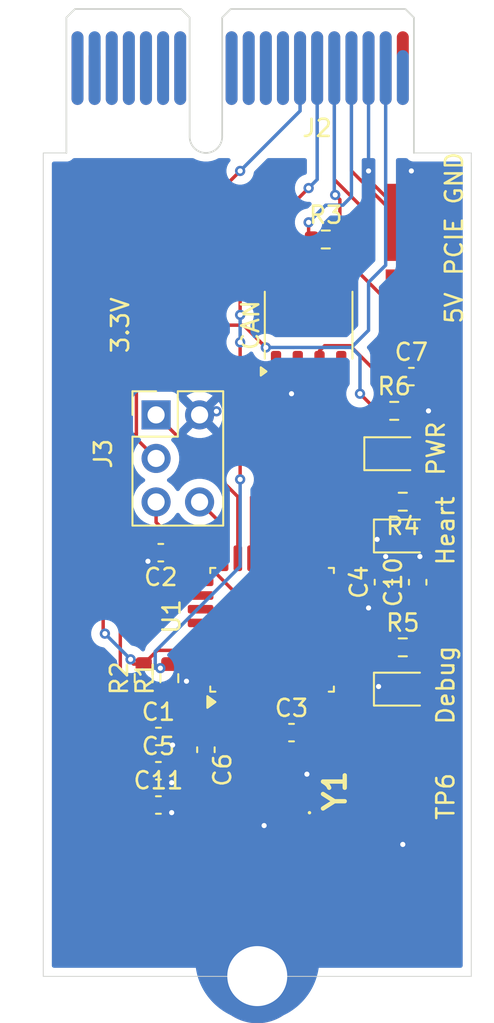
<source format=kicad_pcb>
(kicad_pcb (version 20241229) (generator "pcbnew") (generator_version "9.0")
  (layers (0 "F.Cu" signal) (2 "B.Cu" signal) (13 "F.Paste" user) (15 "B.Paste" user) (5 "F.SilkS" user "F.Silkscreen") (7 "B.SilkS" user "B.Silkscreen") (1 "F.Mask" user) (3 "B.Mask" user) (25 "Edge.Cuts" user))
  (net 0 "")
  (net 1 "GND")
  (net 2 "/Debug LED")
  (net 3 "+3.3V")
  (net 4 "/Heartbeat LED")
  (net 5 "/SWCLK")
  (net 9 "/CAN_TX")
  (net 11 "/SWDIO")
  (net 18 "/NRST")
  (net 19 "Net-(U1-PF0-OSC_IN)")
  (net 21 "/CAN_RX")
  (net 22 "Net-(U1-PF1-OSC_OUT)")
  (net 27 "/CAN_-")
  (net 28 "+5V")
  (net 29 "/CAN_+")
  (net 37 "Net-(D3-A)")
  (net 41 "/I2C1_SCL")
  (net 42 "/I2C1_SDA")
  (net 47 "Net-(D1-A)")
  (net 48 "Net-(D2-A)")
  (footprint "OEM:TP_Hook_SMD" (layer "F.Cu") (at 113.5 86.8005 -90)
    (property "Reference" "TP6" (at -0.3005 -2.5 90) (layer "F.SilkS"))
    (property "Value" "TP_SMD")
    (pad "1" smd rect (at 0 0 270) (size 4.5 3) (layers "F.Cu" "F.Mask" "F.Paste") (net 1 "GND"))
  )
  (footprint "OEM:SOIC-8_3.9x4.9mm_P1.27mm" (layer "F.Cu") (at 108 59 90)
    (property "Reference" "CAN" (at 0 -3.4 90) (layer "F.SilkS"))
    (property "Value" "MCP2561-E_SN")
    (fp_line (start 0 -2.56) (end 1.95 -2.56) (stroke (width 0.12)) (layer "F.SilkS"))
    (fp_line (start 0 -2.56) (end -1.95 -2.56) (stroke (width 0.12)) (layer "F.SilkS"))
    (fp_line (start 0 2.56) (end 1.95 2.56) (stroke (width 0.12)) (layer "F.SilkS"))
    (fp_line (start 0 2.56) (end -1.95 2.56) (stroke (width 0.12)) (layer "F.SilkS"))
    (fp_poly (pts (xy -2.7 -2.465) (xy -2.94 -2.795) (xy -2.46 -2.795)) (stroke (width 0.12)) (fill yes) (layer "F.SilkS"))
    (pad "1" smd roundrect (at -2.475 -1.905 90) (size 1.95 0.6) (layers "F.Cu" "F.Mask" "F.Paste") (net 9 "/CAN_TX"))
    (pad "2" smd roundrect (at -2.475 -0.635 90) (size 1.95 0.6) (layers "F.Cu" "F.Mask" "F.Paste") (net 1 "GND"))
    (pad "3" smd roundrect (at -2.475 0.635 90) (size 1.95 0.6) (layers "F.Cu" "F.Mask" "F.Paste") (net 28 "+5V"))
    (pad "4" smd roundrect (at -2.475 1.905 90) (size 1.95 0.6) (layers "F.Cu" "F.Mask" "F.Paste") (net 21 "/CAN_RX"))
    (pad "5" smd roundrect (at 2.475 1.905 90) (size 1.95 0.6) (layers "F.Cu" "F.Mask" "F.Paste"))
    (pad "6" smd roundrect (at 2.475 0.635 90) (size 1.95 0.6) (layers "F.Cu" "F.Mask" "F.Paste") (net 27 "/CAN_-"))
    (pad "7" smd roundrect (at 2.475 -0.635 90) (size 1.95 0.6) (layers "F.Cu" "F.Mask" "F.Paste") (net 29 "/CAN_+"))
    (pad "8" smd roundrect (at 2.475 -1.905 90) (size 1.95 0.6) (layers "F.Cu" "F.Mask" "F.Paste") (net 1 "GND"))
  )
  (footprint "OEM:C_0603_1608Metric" (layer "F.Cu") (at 99.365 72.2755 180)
    (property "Reference" "C2" (at 0 -1.43 0) (layer "F.SilkS"))
    (property "Value" "C_0.1uF_16V")
    (fp_line (start -0.14058 0.51) (end 0.14058 0.51) (stroke (width 0.12)) (layer "F.SilkS"))
    (fp_line (start -0.14058 -0.51) (end 0.14058 -0.51) (stroke (width 0.12)) (layer "F.SilkS"))
    (pad "1" smd roundrect (at -0.775 0 180) (size 0.9 0.95) (layers "F.Cu" "F.Mask" "F.Paste") (net 18 "/NRST"))
    (pad "2" smd roundrect (at 0.775 0 180) (size 0.9 0.95) (layers "F.Cu" "F.Mask" "F.Paste") (net 1 "GND"))
  )
  (footprint "OEM:J_PCIe_x1_Key" (layer "F.Cu") (at 113.5 44 180)
    (property "Reference" "J2" (at 5 -3.5 0) (layer "F.SilkS"))
    (property "Value" "J_PCIe_x1")
    (fp_line (start 19.65 2.95) (end 19.15 3.45) (stroke (width 0.1)) (layer "Edge.Cuts"))
    (fp_line (start 19.65 -4.95) (end 19.65 2.95) (stroke (width 0.1)) (layer "Edge.Cuts"))
    (fp_line (start 12.95 3.45) (end 19.15 3.45) (stroke (width 0.1)) (layer "Edge.Cuts"))
    (fp_line (start 12.45 2.95) (end 12.95 3.45) (stroke (width 0.1)) (layer "Edge.Cuts"))
    (fp_line (start 12.45 -4) (end 12.45 2.95) (stroke (width 0.1)) (layer "Edge.Cuts"))
    (fp_line (start 10.55 2.95) (end 10.05 3.45) (stroke (width 0.1)) (layer "Edge.Cuts"))
    (fp_line (start 10.55 -4) (end 10.55 2.95) (stroke (width 0.1)) (layer "Edge.Cuts"))
    (fp_line (start -0.15 3.45) (end 10.05 3.45) (stroke (width 0.1)) (layer "Edge.Cuts"))
    (fp_line (start -0.65 2.95) (end -0.15 3.45) (stroke (width 0.1)) (layer "Edge.Cuts"))
    (fp_line (start -0.65 -4.95) (end -0.65 2.95) (stroke (width 0.1)) (layer "Edge.Cuts"))
    (fp_arc (start 10.55 -4) (mid 11.5 -4.95) (end 12.45 -4) (stroke (width 0.1)) (layer "Edge.Cuts"))
    (pad "A1" connect oval (at 0 -0.55 180) (size 0.7 3.2) (layers "B.Cu" "B.Mask"))
    (pad "A2" connect oval (at 1 0 180) (size 0.7 4.3) (layers "B.Cu" "B.Mask") (net 3 "+3.3V"))
    (pad "A3" connect oval (at 2 0 180) (size 0.7 4.3) (layers "B.Cu" "B.Mask") (net 1 "GND"))
    (pad "A4" connect oval (at 3 0 180) (size 0.7 4.3) (layers "B.Cu" "B.Mask") (net 29 "/CAN_+"))
    (pad "A5" connect oval (at 4 0 180) (size 0.7 4.3) (layers "B.Cu" "B.Mask") (net 27 "/CAN_-"))
    (pad "A6" connect oval (at 5 0 180) (size 0.7 4.3) (layers "B.Cu" "B.Mask") (net 41 "/I2C1_SCL"))
    (pad "A7" connect oval (at 6 0 180) (size 0.7 4.3) (layers "B.Cu" "B.Mask") (net 42 "/I2C1_SDA"))
    (pad "A8" connect oval (at 7 0 180) (size 0.7 4.3) (layers "B.Cu" "B.Mask"))
    (pad "A9" connect oval (at 8 0 180) (size 0.7 4.3) (layers "B.Cu" "B.Mask"))
    (pad "A10" connect oval (at 9 0 180) (size 0.7 4.3) (layers "B.Cu" "B.Mask"))
    (pad "A11" connect oval (at 10 0 180) (size 0.7 4.3) (layers "B.Cu" "B.Mask"))
    (pad "A12" connect oval (at 13 0 180) (size 0.7 4.3) (layers "B.Cu" "B.Mask"))
    (pad "A13" connect oval (at 14 0 180) (size 0.7 4.3) (layers "B.Cu" "B.Mask"))
    (pad "A14" connect oval (at 15 0 180) (size 0.7 4.3) (layers "B.Cu" "B.Mask"))
    (pad "A15" connect oval (at 16 0 180) (size 0.7 4.3) (layers "B.Cu" "B.Mask"))
    (pad "A16" connect oval (at 17 0 180) (size 0.7 4.3) (layers "B.Cu" "B.Mask"))
    (pad "A17" connect oval (at 18 0 180) (size 0.7 4.3) (layers "B.Cu" "B.Mask"))
    (pad "A18" connect oval (at 19 0 180) (size 0.7 4.3) (layers "B.Cu" "B.Mask"))
    (pad "B1" connect oval (at 0 0 180) (size 0.7 4.3) (layers "F.Cu" "F.Mask") (net 1 "GND"))
    (pad "B2" connect oval (at 1 0 180) (size 0.7 4.3) (layers "F.Cu" "F.Mask") (net 1 "GND"))
    (pad "B3" connect oval (at 2 0 180) (size 0.7 4.3) (layers "F.Cu" "F.Mask") (net 1 "GND"))
    (pad "B4" connect oval (at 3 0 180) (size 0.7 4.3) (layers "F.Cu" "F.Mask") (net 1 "GND"))
    (pad "B5" connect oval (at 4 0 180) (size 0.7 4.3) (layers "F.Cu" "F.Mask") (net 28 "+5V"))
    (pad "B6" connect oval (at 5 0 180) (size 0.7 4.3) (layers "F.Cu" "F.Mask") (net 1 "GND"))
    (pad "B7" connect oval (at 6 0 180) (size 0.7 4.3) (layers "F.Cu" "F.Mask") (net 1 "GND"))
    (pad "B8" connect oval (at 7 0 180) (size 0.7 4.3) (layers "F.Cu" "F.Mask") (net 1 "GND"))
    (pad "B9" connect oval (at 8 0 180) (size 0.7 4.3) (layers "F.Cu" "F.Mask") (net 1 "GND"))
    (pad "B10" connect oval (at 9 0 180) (size 0.7 4.3) (layers "F.Cu" "F.Mask") (net 1 "GND"))
    (pad "B11" connect oval (at 10 0 180) (size 0.7 4.3) (layers "F.Cu" "F.Mask") (net 1 "GND"))
    (pad "B12" connect oval (at 13 0 180) (size 0.7 4.3) (layers "F.Cu" "F.Mask") (net 1 "GND"))
    (pad "B13" connect oval (at 14 0 180) (size 0.7 4.3) (layers "F.Cu" "F.Mask") (net 1 "GND"))
    (pad "B14" connect oval (at 15 0 180) (size 0.7 4.3) (layers "F.Cu" "F.Mask"))
    (pad "B15" connect oval (at 16 0 180) (size 0.7 4.3) (layers "F.Cu" "F.Mask") (net 1 "GND"))
    (pad "B16" connect oval (at 17 0 180) (size 0.7 4.3) (layers "F.Cu" "F.Mask") (net 1 "GND"))
    (pad "B17" connect oval (at 18 -0.55 180) (size 0.7 3.2) (layers "F.Cu" "F.Mask") (net 1 "GND"))
    (pad "B18" connect oval (at 19 0 180) (size 0.7 4.3) (layers "F.Cu" "F.Mask") (net 1 "GND"))
  )
  (footprint "OEM:J_Programming_Pin_Header_Keyed" (layer "F.Cu") (at 99.09 64.2355)
    (property "Reference" "J3" (at -3.09 2.2645 90) (layer "F.SilkS"))
    (property "Value" "J_Programming_Pin_Header")
    (fp_line (start -1.38 -1.38) (end 0 -1.38) (stroke (width 0.12)) (layer "F.SilkS"))
    (fp_line (start -1.38 0) (end -1.38 -1.38) (stroke (width 0.12)) (layer "F.SilkS"))
    (fp_line (start -1.38 1.27) (end -1.38 6.46) (stroke (width 0.12)) (layer "F.SilkS"))
    (fp_line (start -1.38 1.27) (end 1.27 1.27) (stroke (width 0.12)) (layer "F.SilkS"))
    (fp_line (start -1.38 6.46) (end 3.92 6.46) (stroke (width 0.12)) (layer "F.SilkS"))
    (fp_line (start 1.27 -1.38) (end 3.92 -1.38) (stroke (width 0.12)) (layer "F.SilkS"))
    (fp_line (start 1.27 1.27) (end 1.27 -1.38) (stroke (width 0.12)) (layer "F.SilkS"))
    (fp_line (start 3.92 -1.38) (end 3.92 6.46) (stroke (width 0.12)) (layer "F.SilkS"))
    (pad "1" thru_hole rect (at 0 0) (size 1.7 1.7) (drill 1) (layers "*.Cu" "*.Mask") (net 11 "/SWDIO"))
    (pad "2" thru_hole circle (at 2.54 0) (size 1.7 1.7) (drill 1) (layers "*.Cu" "*.Mask") (net 1 "GND"))
    (pad "3" thru_hole circle (at 0 2.54) (size 1.7 1.7) (drill 1) (layers "*.Cu" "*.Mask") (net 3 "+3.3V"))
    (pad "4" thru_hole circle (at 0 5.08) (size 1.7 1.7) (drill 1) (layers "*.Cu" "*.Mask") (net 18 "/NRST"))
    (pad "5" thru_hole circle (at 2.54 5.08) (size 1.7 1.7) (drill 1) (layers "*.Cu" "*.Mask") (net 5 "/SWCLK"))
  )
  (footprint "OEM:TP_Hook_SMD" (layer "F.Cu") (at 99.5 59 90)
    (property "Reference" "3.3V" (at 0 -2.5 90) (layer "F.SilkS"))
    (property "Value" "TP_SMD")
    (pad "1" smd rect (at 0 0 90) (size 4.5 3) (layers "F.Cu" "F.Mask" "F.Paste") (net 3 "+3.3V"))
  )
  (footprint "OEM:R_0603_1608Metric" (layer "F.Cu") (at 99.865 79.6005 90)
    (property "Reference" "R1" (at 0 -1.43 90) (layer "F.SilkS"))
    (property "Value" "R_2.2k_0.1W")
    (fp_line (start -0.237258 -0.5225) (end 0.237258 -0.5225) (stroke (width 0.12)) (layer "F.SilkS"))
    (fp_line (start -0.237258 0.5225) (end 0.237258 0.5225) (stroke (width 0.12)) (layer "F.SilkS"))
    (pad "1" smd roundrect (at -0.825 0 90) (size 0.8 0.95) (layers "F.Cu" "F.Mask" "F.Paste") (net 3 "+3.3V"))
    (pad "2" smd roundrect (at 0.825 0 90) (size 0.8 0.95) (layers "F.Cu" "F.Mask" "F.Paste") (net 41 "/I2C1_SCL"))
  )
  (footprint "OEM:D_0805_2012Metric" (layer "F.Cu") (at 113.5 71.3005)
    (property "Reference" "Heart" (at 2.5 -0.3005 270) (layer "F.SilkS"))
    (property "Value" "D_Blue_LED")
    (fp_line (start -1.685 -0.96) (end -1.685 0.96) (stroke (width 0.12)) (layer "F.SilkS"))
    (fp_line (start -1.685 0.96) (end 1 0.96) (stroke (width 0.12)) (layer "F.SilkS"))
    (fp_line (start 1 -0.96) (end -1.685 -0.96) (stroke (width 0.12)) (layer "F.SilkS"))
    (pad "1" smd roundrect (at -0.9375 0) (size 0.975 1.4) (layers "F.Cu" "F.Mask" "F.Paste") (net 1 "GND"))
    (pad "2" smd roundrect (at 0.9375 0) (size 0.975 1.4) (layers "F.Cu" "F.Mask" "F.Paste") (net 48 "Net-(D2-A)"))
  )
  (footprint "OEM:D_0805_2012Metric" (layer "F.Cu") (at 113.5 80.238)
    (property "Reference" "Debug" (at 2.5 -0.238 90) (layer "F.SilkS"))
    (property "Value" "D_Blue_LED")
    (fp_line (start -1.685 -0.96) (end -1.685 0.96) (stroke (width 0.12)) (layer "F.SilkS"))
    (fp_line (start -1.685 0.96) (end 1 0.96) (stroke (width 0.12)) (layer "F.SilkS"))
    (fp_line (start 1 -0.96) (end -1.685 -0.96) (stroke (width 0.12)) (layer "F.SilkS"))
    (pad "1" smd roundrect (at -0.9375 0) (size 0.975 1.4) (layers "F.Cu" "F.Mask" "F.Paste") (net 1 "GND"))
    (pad "2" smd roundrect (at 0.9375 0) (size 0.975 1.4) (layers "F.Cu" "F.Mask" "F.Paste") (net 47 "Net-(D1-A)"))
  )
  (footprint "OEM:R_0603_1608Metric" (layer "F.Cu") (at 113.5 77.8005)
    (property "Reference" "R5" (at 0 -1.43 0) (layer "F.SilkS"))
    (property "Value" "R_1k")
    (fp_line (start -0.237258 -0.5225) (end 0.237258 -0.5225) (stroke (width 0.12)) (layer "F.SilkS"))
    (fp_line (start -0.237258 0.5225) (end 0.237258 0.5225) (stroke (width 0.12)) (layer "F.SilkS"))
    (pad "1" smd roundrect (at -0.825 0) (size 0.8 0.95) (layers "F.Cu" "F.Mask" "F.Paste") (net 2 "/Debug LED"))
    (pad "2" smd roundrect (at 0.825 0) (size 0.8 0.95) (layers "F.Cu" "F.Mask" "F.Paste") (net 47 "Net-(D1-A)"))
  )
  (footprint "OEM:R_0603_1608Metric" (layer "F.Cu") (at 113.5 69.3005 180)
    (property "Reference" "R4" (at 0 -1.43 0) (layer "F.SilkS"))
    (property "Value" "R_1k")
    (fp_line (start -0.237258 0.5225) (end 0.237258 0.5225) (stroke (width 0.12)) (layer "F.SilkS"))
    (fp_line (start -0.237258 -0.5225) (end 0.237258 -0.5225) (stroke (width 0.12)) (layer "F.SilkS"))
    (pad "1" smd roundrect (at -0.825 0 180) (size 0.8 0.95) (layers "F.Cu" "F.Mask" "F.Paste") (net 4 "/Heartbeat LED"))
    (pad "2" smd roundrect (at 0.825 0 180) (size 0.8 0.95) (layers "F.Cu" "F.Mask" "F.Paste") (net 48 "Net-(D2-A)"))
  )
  (footprint "OEM:C_0603_1608Metric" (layer "F.Cu") (at 114.37 74.0005 90)
    (property "Reference" "C10" (at 0 -1.43 90) (layer "F.SilkS"))
    (property "Value" "C_10nF_50V")
    (fp_line (start -0.14058 -0.51) (end 0.14058 -0.51) (stroke (width 0.12)) (layer "F.SilkS"))
    (fp_line (start -0.14058 0.51) (end 0.14058 0.51) (stroke (width 0.12)) (layer "F.SilkS"))
    (pad "1" smd roundrect (at -0.775 0 90) (size 0.9 0.95) (layers "F.Cu" "F.Mask" "F.Paste") (net 3 "+3.3V"))
    (pad "2" smd roundrect (at 0.775 0 90) (size 0.9 0.95) (layers "F.Cu" "F.Mask" "F.Paste") (net 1 "GND"))
  )
  (footprint "OEM:C_0603_1608Metric" (layer "F.Cu") (at 99.225 83)
    (property "Reference" "C1" (at 0 -1.43 0) (layer "F.SilkS"))
    (property "Value" "C_4.7uF_25V")
    (fp_line (start -0.14058 -0.51) (end 0.14058 -0.51) (stroke (width 0.12)) (layer "F.SilkS"))
    (fp_line (start -0.14058 0.51) (end 0.14058 0.51) (stroke (width 0.12)) (layer "F.SilkS"))
    (pad "1" smd roundrect (at -0.775 0) (size 0.9 0.95) (layers "F.Cu" "F.Mask" "F.Paste") (net 3 "+3.3V"))
    (pad "2" smd roundrect (at 0.775 0) (size 0.9 0.95) (layers "F.Cu" "F.Mask" "F.Paste") (net 1 "GND"))
  )
  (footprint "OEM:R_0603_1608Metric" (layer "F.Cu") (at 109 54)
    (property "Reference" "R3" (at 0 -1.43 0) (layer "F.SilkS"))
    (property "Value" "R_120")
    (fp_line (start -0.237258 -0.5225) (end 0.237258 -0.5225) (stroke (width 0.12)) (layer "F.SilkS"))
    (fp_line (start -0.237258 0.5225) (end 0.237258 0.5225) (stroke (width 0.12)) (layer "F.SilkS"))
    (pad "1" smd roundrect (at -0.825 0) (size 0.8 0.95) (layers "F.Cu" "F.Mask" "F.Paste") (net 29 "/CAN_+"))
    (pad "2" smd roundrect (at 0.825 0) (size 0.8 0.95) (layers "F.Cu" "F.Mask" "F.Paste") (net 27 "/CAN_-"))
  )
  (footprint "OEM:C_0603_1608Metric" (layer "F.Cu") (at 107 82.7755)
    (property "Reference" "C3" (at 0 -1.43 0) (layer "F.SilkS"))
    (property "Value" "C_30pF_50V")
    (fp_line (start -0.14058 -0.51) (end 0.14058 -0.51) (stroke (width 0.12)) (layer "F.SilkS"))
    (fp_line (start -0.14058 0.51) (end 0.14058 0.51) (stroke (width 0.12)) (layer "F.SilkS"))
    (pad "1" smd roundrect (at -0.775 0) (size 0.9 0.95) (layers "F.Cu" "F.Mask" "F.Paste") (net 22 "Net-(U1-PF1-OSC_OUT)"))
    (pad "2" smd roundrect (at 0.775 0) (size 0.9 0.95) (layers "F.Cu" "F.Mask" "F.Paste") (net 1 "GND"))
  )
  (footprint "OEM:C_0603_1608Metric" (layer "F.Cu") (at 99.225 85)
    (property "Reference" "C5" (at 0 -1.43 0) (layer "F.SilkS"))
    (property "Value" "C_0.1uF_16V")
    (fp_line (start -0.14058 -0.51) (end 0.14058 -0.51) (stroke (width 0.12)) (layer "F.SilkS"))
    (fp_line (start -0.14058 0.51) (end 0.14058 0.51) (stroke (width 0.12)) (layer "F.SilkS"))
    (pad "1" smd roundrect (at -0.775 0) (size 0.9 0.95) (layers "F.Cu" "F.Mask" "F.Paste") (net 3 "+3.3V"))
    (pad "2" smd roundrect (at 0.775 0) (size 0.9 0.95) (layers "F.Cu" "F.Mask" "F.Paste") (net 1 "GND"))
  )
  (footprint "OEM:R_0603_1608Metric" (layer "F.Cu") (at 113 64)
    (property "Reference" "R6" (at 0 -1.43 0) (layer "F.SilkS"))
    (property "Value" "R_1k")
    (fp_line (start -0.237258 -0.5225) (end 0.237258 -0.5225) (stroke (width 0.12)) (layer "F.SilkS"))
    (fp_line (start -0.237258 0.5225) (end 0.237258 0.5225) (stroke (width 0.12)) (layer "F.SilkS"))
    (pad "1" smd roundrect (at -0.825 0) (size 0.8 0.95) (layers "F.Cu" "F.Mask" "F.Paste") (net 3 "+3.3V"))
    (pad "2" smd roundrect (at 0.825 0) (size 0.8 0.95) (layers "F.Cu" "F.Mask" "F.Paste") (net 37 "Net-(D3-A)"))
  )
  (footprint "OEM:FA238160000MBC0 (X_16MHz_18pF_SMD - FA-238_16.0000MB-C0)" (layer "F.Cu") (at 106.2 86.35 90)
    (property "Reference" "Y1" (at 0.1755 3.335 270) (layer "F.SilkS") (effects (font (size 1.27 1.27) (thickness 0.254))))
    (property "Value" "X_16MHz_18pF" (hide yes))
    (fp_line (start -1.1 1.8) (end -1.1 1.8) (stroke (width 0.1)) (layer "F.SilkS"))
    (fp_line (start -1.1 1.9) (end -1.1 1.9) (stroke (width 0.1)) (layer "F.SilkS"))
    (fp_arc (start -1.1 1.8) (mid -1.05 1.85) (end -1.1 1.9) (stroke (width 0.1)) (layer "F.SilkS"))
    (fp_arc (start -1.1 1.9) (mid -1.15 1.85) (end -1.1 1.8) (stroke (width 0.1)) (layer "F.SilkS"))
    (pad "1" smd rect (at -1.1 0.8 180) (size 1.2 1.4) (layers "F.Cu" "F.Mask" "F.Paste") (net 19 "Net-(U1-PF0-OSC_IN)"))
    (pad "2" smd rect (at 1.1 0.8 180) (size 1.2 1.4) (layers "F.Cu" "F.Mask" "F.Paste") (net 1 "GND"))
    (pad "3" smd rect (at 1.1 -0.8 180) (size 1.2 1.4) (layers "F.Cu" "F.Mask" "F.Paste") (net 22 "Net-(U1-PF1-OSC_OUT)"))
    (pad "4" smd rect (at -1.1 -0.8 180) (size 1.2 1.4) (layers "F.Cu" "F.Mask" "F.Paste") (net 1 "GND"))
  )
  (footprint "OEM:D_0805_2012Metric" (layer "F.Cu") (at 112.9375 66.5)
    (property "Reference" "PWR" (at 2.5 -0.3005 90) (layer "F.SilkS"))
    (property "Value" "D_Blue_LED")
    (fp_line (start -1.685 -0.96) (end -1.685 0.96) (stroke (width 0.12)) (layer "F.SilkS"))
    (fp_line (start -1.685 0.96) (end 1 0.96) (stroke (width 0.12)) (layer "F.SilkS"))
    (fp_line (start 1 -0.96) (end -1.685 -0.96) (stroke (width 0.12)) (layer "F.SilkS"))
    (pad "1" smd roundrect (at -0.9375 0) (size 0.975 1.4) (layers "F.Cu" "F.Mask" "F.Paste") (net 1 "GND"))
    (pad "2" smd roundrect (at 0.9375 0) (size 0.975 1.4) (layers "F.Cu" "F.Mask" "F.Paste") (net 37 "Net-(D3-A)"))
  )
  (footprint "OEM:TP_Hook_SMD" (layer "F.Cu") (at 114 53 90)
    (property "Reference" "PCIE GND" (at 0.5 2.5 90) (layer "F.SilkS"))
    (property "Value" "TP_SMD")
    (pad "1" smd rect (at 0 0 90) (size 4.5 3) (layers "F.Cu" "F.Mask" "F.Paste") (net 1 "GND"))
  )
  (footprint "OEM:C_0603_1608Metric" (layer "F.Cu") (at 99.225 87)
    (property "Reference" "C11" (at 0 -1.43 0) (layer "F.SilkS"))
    (property "Value" "C_0.1uF_16V")
    (fp_line (start -0.14058 -0.51) (end 0.14058 -0.51) (stroke (width 0.12)) (layer "F.SilkS"))
    (fp_line (start -0.14058 0.51) (end 0.14058 0.51) (stroke (width 0.12)) (layer "F.SilkS"))
    (pad "1" smd roundrect (at -0.775 0) (size 0.9 0.95) (layers "F.Cu" "F.Mask" "F.Paste") (net 3 "+3.3V"))
    (pad "2" smd roundrect (at 0.775 0) (size 0.9 0.95) (layers "F.Cu" "F.Mask" "F.Paste") (net 1 "GND"))
  )
  (footprint "OEM:C_0603_1608Metric" (layer "F.Cu") (at 114 62)
    (property "Reference" "C7" (at 0 -1.43 0) (layer "F.SilkS"))
    (property "Value" "C_0.1uF_16V")
    (fp_line (start -0.14058 -0.51) (end 0.14058 -0.51) (stroke (width 0.12)) (layer "F.SilkS"))
    (fp_line (start -0.14058 0.51) (end 0.14058 0.51) (stroke (width 0.12)) (layer "F.SilkS"))
    (pad "1" smd roundrect (at -0.775 0) (size 0.9 0.95) (layers "F.Cu" "F.Mask" "F.Paste") (net 28 "+5V"))
    (pad "2" smd roundrect (at 0.775 0) (size 0.9 0.95) (layers "F.Cu" "F.Mask" "F.Paste") (net 1 "GND"))
  )
  (footprint "OEM:C_0603_1608Metric" (layer "F.Cu") (at 112.37 73.9955 90)
    (property "Reference" "C4" (at 0 -1.43 90) (layer "F.SilkS"))
    (property "Value" "C_1uF_50V")
    (fp_line (start -0.14058 -0.51) (end 0.14058 -0.51) (stroke (width 0.12)) (layer "F.SilkS"))
    (fp_line (start -0.14058 0.51) (end 0.14058 0.51) (stroke (width 0.12)) (layer "F.SilkS"))
    (pad "1" smd roundrect (at -0.775 0 90) (size 0.9 0.95) (layers "F.Cu" "F.Mask" "F.Paste") (net 3 "+3.3V"))
    (pad "2" smd roundrect (at 0.775 0 90) (size 0.9 0.95) (layers "F.Cu" "F.Mask" "F.Paste") (net 1 "GND"))
  )
  (footprint "OEM:H_MountingHole" (layer "F.Cu") (at 105 97 180)
    (property "Reference" "H2" (hide yes))
    (property "Value" "H_MountingHole" (hide yes))
    (pad "1" thru_hole circle (at 0 0.016 180) (size 5.499999 5.499999) (drill 3.500001) (layers "*.Cu" "*.Mask") (net 1 "GND"))
    (pad "1" smd circle (at 0 1.016 180) (size 7.249998 7.249998) (layers "B.Cu" "B.Mask") (net 1 "GND"))
  )
  (footprint "OEM:R_0603_1608Metric" (layer "F.Cu") (at 98.365 79.6005 90)
    (property "Reference" "R2" (at 0 -1.43 90) (layer "F.SilkS"))
    (property "Value" "R_2.2k_0.1W")
    (fp_line (start -0.237258 -0.5225) (end 0.237258 -0.5225) (stroke (width 0.12)) (layer "F.SilkS"))
    (fp_line (start -0.237258 0.5225) (end 0.237258 0.5225) (stroke (width 0.12)) (layer "F.SilkS"))
    (pad "1" smd roundrect (at -0.825 0 90) (size 0.8 0.95) (layers "F.Cu" "F.Mask" "F.Paste") (net 3 "+3.3V"))
    (pad "2" smd roundrect (at 0.825 0 90) (size 0.8 0.95) (layers "F.Cu" "F.Mask" "F.Paste") (net 42 "/I2C1_SDA"))
  )
  (footprint "OEM:C_0603_1608Metric" (layer "F.Cu") (at 102 83.775 -90)
    (property "Reference" "C6" (at 1.1745 -0.965 90) (layer "F.SilkS"))
    (property "Value" "C_30pF_50V")
    (fp_line (start -0.14058 0.51) (end 0.14058 0.51) (stroke (width 0.12)) (layer "F.SilkS"))
    (fp_line (start -0.14058 -0.51) (end 0.14058 -0.51) (stroke (width 0.12)) (layer "F.SilkS"))
    (pad "1" smd roundrect (at -0.775 0 270) (size 0.9 0.95) (layers "F.Cu" "F.Mask" "F.Paste") (net 19 "Net-(U1-PF0-OSC_IN)"))
    (pad "2" smd roundrect (at 0.775 0 270) (size 0.9 0.95) (layers "F.Cu" "F.Mask" "F.Paste") (net 1 "GND"))
  )
  (footprint "OEM:TP_Hook_SMD" (layer "F.Cu") (at 114 58 90)
    (property "Reference" "5V" (at 0 2.5 90) (layer "F.SilkS"))
    (property "Value" "TP_SMD")
    (pad "1" smd rect (at 0 0 90) (size 4.5 3) (layers "F.Cu" "F.Mask" "F.Paste") (net 28 "+5V"))
  )
  (footprint "OEM:LQFP-32_7x7mm_P0.8mm" (layer "F.Cu") (at 105.865 76.7755 90)
    (property "Reference" "U1" (at 0.7755 -5.865 90) (layer "F.SilkS"))
    (property "Value" "STM32G441KBT6")
    (fp_line (start 3.61 -3.61) (end 3.61 -3.31) (stroke (width 0.12)) (layer "F.SilkS"))
    (fp_line (start 3.31 -3.61) (end 3.61 -3.61) (stroke (width 0.12)) (layer "F.SilkS"))
    (fp_line (start -3.31 -3.61) (end -3.61 -3.61) (stroke (width 0.12)) (layer "F.SilkS"))
    (fp_line (start -3.61 -3.61) (end -3.61 -3.31) (stroke (width 0.12)) (layer "F.SilkS"))
    (fp_line (start 3.61 3.61) (end 3.61 3.31) (stroke (width 0.12)) (layer "F.SilkS"))
    (fp_line (start 3.31 3.61) (end 3.61 3.61) (stroke (width 0.12)) (layer "F.SilkS"))
    (fp_line (start -3.31 3.61) (end -3.61 3.61) (stroke (width 0.12)) (layer "F.SilkS"))
    (fp_line (start -3.61 3.61) (end -3.61 3.31) (stroke (width 0.12)) (layer "F.SilkS"))
    (fp_poly (pts (xy -4.2125 -3.31) (xy -4.5525 -3.78) (xy -3.8725 -3.78)) (stroke (width 0.12)) (fill yes) (layer "F.SilkS"))
    (pad "1" smd roundrect (at -4.175 -2.8 90) (size 1.5 0.5) (layers "F.Cu" "F.Mask" "F.Paste") (net 3 "+3.3V"))
    (pad "2" smd roundrect (at -4.175 -2 90) (size 1.5 0.5) (layers "F.Cu" "F.Mask" "F.Paste") (net 19 "Net-(U1-PF0-OSC_IN)"))
    (pad "3" smd roundrect (at -4.175 -1.2 90) (size 1.5 0.5) (layers "F.Cu" "F.Mask" "F.Paste") (net 22 "Net-(U1-PF1-OSC_OUT)"))
    (pad "4" smd roundrect (at -4.175 -0.4 90) (size 1.5 0.5) (layers "F.Cu" "F.Mask" "F.Paste") (net 18 "/NRST"))
    (pad "5" smd roundrect (at -4.175 0.4 90) (size 1.5 0.5) (layers "F.Cu" "F.Mask" "F.Paste"))
    (pad "6" smd roundrect (at -4.175 1.2 90) (size 1.5 0.5) (layers "F.Cu" "F.Mask" "F.Paste"))
    (pad "7" smd roundrect (at -4.175 2 90) (size 1.5 0.5) (layers "F.Cu" "F.Mask" "F.Paste"))
    (pad "8" smd roundrect (at -4.175 2.8 90) (size 1.5 0.5) (layers "F.Cu" "F.Mask" "F.Paste"))
    (pad "9" smd roundrect (at -2.8 4.175 90) (size 0.5 1.5) (layers "F.Cu" "F.Mask" "F.Paste"))
    (pad "10" smd roundrect (at -2 4.175 90) (size 0.5 1.5) (layers "F.Cu" "F.Mask" "F.Paste"))
    (pad "11" smd roundrect (at -1.2 4.175 90) (size 0.5 1.5) (layers "F.Cu" "F.Mask" "F.Paste") (net 2 "/Debug LED"))
    (pad "12" smd roundrect (at -0.4 4.175 90) (size 0.5 1.5) (layers "F.Cu" "F.Mask" "F.Paste"))
    (pad "13" smd roundrect (at 0.4 4.175 90) (size 0.5 1.5) (layers "F.Cu" "F.Mask" "F.Paste"))
    (pad "14" smd roundrect (at 1.2 4.175 90) (size 0.5 1.5) (layers "F.Cu" "F.Mask" "F.Paste") (net 1 "GND"))
    (pad "15" smd roundrect (at 2 4.175 90) (size 0.5 1.5) (layers "F.Cu" "F.Mask" "F.Paste") (net 3 "+3.3V"))
    (pad "16" smd roundrect (at 2.8 4.175 90) (size 0.5 1.5) (layers "F.Cu" "F.Mask" "F.Paste") (net 1 "GND"))
    (pad "17" smd roundrect (at 4.175 2.8 90) (size 1.5 0.5) (layers "F.Cu" "F.Mask" "F.Paste") (net 3 "+3.3V"))
    (pad "18" smd roundrect (at 4.175 2 90) (size 1.5 0.5) (layers "F.Cu" "F.Mask" "F.Paste") (net 4 "/Heartbeat LED"))
    (pad "19" smd roundrect (at 4.175 1.2 90) (size 1.5 0.5) (layers "F.Cu" "F.Mask" "F.Paste"))
    (pad "20" smd roundrect (at 4.175 0.4 90) (size 1.5 0.5) (layers "F.Cu" "F.Mask" "F.Paste"))
    (pad "21" smd roundrect (at 4.175 -0.4 90) (size 1.5 0.5) (layers "F.Cu" "F.Mask" "F.Paste") (net 21 "/CAN_RX"))
    (pad "22" smd roundrect (at 4.175 -1.2 90) (size 1.5 0.5) (layers "F.Cu" "F.Mask" "F.Paste") (net 9 "/CAN_TX"))
    (pad "23" smd roundrect (at 4.175 -2 90) (size 1.5 0.5) (layers "F.Cu" "F.Mask" "F.Paste") (net 11 "/SWDIO"))
    (pad "24" smd roundrect (at 4.175 -2.8 90) (size 1.5 0.5) (layers "F.Cu" "F.Mask" "F.Paste") (net 5 "/SWCLK"))
    (pad "25" smd roundrect (at 2.8 -4.175 90) (size 0.5 1.5) (layers "F.Cu" "F.Mask" "F.Paste"))
    (pad "26" smd roundrect (at 2 -4.175 90) (size 0.5 1.5) (layers "F.Cu" "F.Mask" "F.Paste"))
    (pad "27" smd roundrect (at 1.2 -4.175 90) (size 0.5 1.5) (layers "F.Cu" "F.Mask" "F.Paste"))
    (pad "28" smd roundrect (at 0.4 -4.175 90) (size 0.5 1.5) (layers "F.Cu" "F.Mask" "F.Paste"))
    (pad "29" smd roundrect (at -0.4 -4.175 90) (size 0.5 1.5) (layers "F.Cu" "F.Mask" "F.Paste"))
    (pad "30" smd roundrect (at -1.2 -4.175 90) (size 0.5 1.5) (layers "F.Cu" "F.Mask" "F.Paste") (net 42 "/I2C1_SDA"))
    (pad "31" smd roundrect (at -2 -4.175 90) (size 0.5 1.5) (layers "F.Cu" "F.Mask" "F.Paste") (net 41 "/I2C1_SCL"))
    (pad "32" smd roundrect (at -2.8 -4.175 90) (size 0.5 1.5) (layers "F.Cu" "F.Mask" "F.Paste") (net 1 "GND"))
  )
  (gr_line (start 117.5 72) (end 117.5 58.5) (stroke (width 0.05)) (layer "Edge.Cuts"))
  (gr_line (start 92.5 97) (end 117.5 97) (stroke (width 0.05)) (layer "Edge.Cuts"))
  (gr_line (start 117.5 97) (end 117.5 71) (stroke (width 0.05)) (layer "Edge.Cuts"))
  (gr_line (start 92.5 48.95) (end 92.5 97) (stroke (width 0.05)) (layer "Edge.Cuts"))
  (gr_line (start 117.5 58.5) (end 117.5 49.5) (stroke (width 0.05)) (layer "Edge.Cuts"))
  (gr_line (start 93.85 48.95) (end 92.499075 48.95) (stroke (width 0.05)) (layer "Edge.Cuts"))
  (gr_line (start 117.5 48.95) (end 117.5 50.5) (stroke (width 0.05)) (layer "Edge.Cuts"))
  (gr_line (start 114.15 48.95) (end 117.500373 48.95) (stroke (width 0.05)) (layer "Edge.Cuts"))
  (segment (start 112.238 80.238) (end 112.085942 80.085942) (width 0.2) (layer "F.Cu") (net 1))
  (segment (start 102.405 64.2355) (end 102.615 64.0255) (width 0.2) (layer "F.Cu") (net 1))
  (segment (start 115 63.225) (end 114.775 63) (width 0.2) (layer "F.Cu") (net 1))
  (segment (start 111.5 50) (end 111.5 50.5) (width 0.2) (layer "F.Cu") (net 1))
  (segment (start 114.79511 73.9755) (end 115.399 74.57939) (width 0.2) (layer "F.Cu") (net 1))
  (segment (start 112.37 73.2205) (end 112.37 72.63) (width 0.2) (layer "F.Cu") (net 1))
  (segment (start 100 83) (end 100 83.445) (width 0.2) (layer "F.Cu") (net 1))
  (segment (start 112.1995 71.3005) (end 112 71.5) (width 0.2) (layer "F.Cu") (net 1))
  (segment (start 113.5 86.8005) (end 113.5 89.3005) (width 0.2) (layer "F.Cu") (net 1))
  (segment (start 112.37 72.63) (end 112.5 72.5) (width 0.2) (layer "F.Cu") (net 1))
  (segment (start 101.63 64.2355) (end 102.405 64.2355) (width 0.2) (layer "F.Cu") (net 1))
  (segment (start 114.37 72.63) (end 114.5 72.5) (width 0.2) (layer "F.Cu") (net 1))
  (segment (start 115 64) (end 115 63.225) (width 0.2) (layer "F.Cu") (net 1))
  (segment (start 100.055 85.75) (end 100 85.695) (width 0.2) (layer "F.Cu") (net 1))
  (segment (start 111.639064 75.5755) (end 111.5755 75.5755) (width 0.2) (layer "F.Cu") (net 1))
  (segment (start 98.59 72.2755) (end 98.59 72.7505) (width 0.2) (layer "F.Cu") (net 1))
  (segment (start 100.005 82.925) (end 100.08 83) (width 0.2) (layer "F.Cu") (net 1))
  (segment (start 107 85.25) (end 107.85 85.25) (width 0.2) (layer "F.Cu") (net 1))
  (segment (start 114.5 72.5) (end 114.5 72.5005) (width 0.2) (layer "F.Cu") (net 1))
  (segment (start 114 53) (end 113.5 53) (width 0.2) (layer "F.Cu") (net 1))
  (segment (start 114 53) (end 114 50) (width 0.2) (layer "F.Cu") (net 1))
  (segment (start 98.59 72.7505) (end 98.615 72.7755) (width 0.2) (layer "F.Cu") (net 1))
  (segment (start 115.399 74.57939) (end 115.399 82.3005) (width 0.2) (layer "F.Cu") (net 1))
  (segment (start 110.04 75.5755) (end 111.639064 75.5755) (width 0.2) (layer "F.Cu") (net 1))
  (segment (start 111.5 50.5) (end 114 53) (width 0.2) (layer "F.Cu") (net 1))
  (segment (start 101.69 79.5755) (end 101.065 79.5755) (width 0.2) (layer "F.Cu") (net 1))
  (segment (start 114.775 63) (end 114.775 62) (width 0.2) (layer "F.Cu") (net 1))
  (segment (start 112.5625 80.238) (end 112.238 80.238) (width 0.2) (layer "F.Cu") (net 1))
  (segment (start 100 83.445) (end 100.055 83.5) (width 0.2) (layer "F.Cu") (net 1))
  (segment (start 111.5755 75.5755) (end 111.5 75.5) (width 0.2) (layer "F.Cu") (net 1))
  (segment (start 112.5625 71.3005) (end 112.1995 71.3005) (width 0.2) (layer "F.Cu") (net 1))
  (segment (start 113.5 84.1995) (end 113.5 86.8005) (width 0.2) (layer "F.Cu") (net 1))
  (segment (start 113.5 53.5) (end 114 53) (width 0.2) (layer "F.Cu") (net 1))
  (segment (start 114.37 73.2255) (end 114.37 72.63) (width 0.2) (layer "F.Cu") (net 1))
  (segment (start 110.5 50) (end 110.5 44) (width 0.2) (layer "F.Cu") (net 1))
  (segment (start 113.5 53) (end 110.5 50) (width 0.2) (layer "F.Cu") (net 1))
  (segment (start 101.065 79.5755) (end 100.865 79.7755) (width 0.2) (layer "F.Cu") (net 1))
  (segment (start 105.4 87.45) (end 105.4 88.2) (width 0.2) (layer "F.Cu") (net 1))
  (segment (start 107.365 61.475) (end 107.365 62.635) (width 0.2) (layer "F.Cu") (net 1))
  (segment (start 115.399 82.3005) (end 113.5 84.1995) (width 0.2) (layer "F.Cu") (net 1))
  (segment (start 100 85) (end 100 85.695) (width 0.2) (layer "F.Cu") (net 1))
  (segment (start 110.04 73.9755) (end 114.79511 73.9755) (width 0.2) (layer "F.Cu") (net 1))
  (segment (start 100.005 82.995) (end 100 83) (width 0.2) (layer "F.Cu") (net 1))
  (segment (start 107.365 62.635) (end 107 63) (width 0.2) (layer "F.Cu") (net 1))
  (via (at 100.055 83.5) (size 0.6) (drill 0.3) (layers "F.Cu" "B.Cu") (net 1))
  (via (at 114.5 72.5005) (size 0.6) (drill 0.3) (layers "F.Cu" "B.Cu") (net 1))
  (via (at 102.615 64.0255) (size 0.6) (drill 0.3) (layers "F.Cu" "B.Cu") (net 1))
  (via (at 100 85.695) (size 0.6) (drill 0.3) (layers "F.Cu" "B.Cu") (net 1))
  (via (at 98.615 72.7755) (size 0.6) (drill 0.3) (layers "F.Cu" "B.Cu") (net 1))
  (via (at 107.9 85.2) (size 0.6) (drill 0.3) (layers "F.Cu" "B.Cu") (net 1))
  (via (at 113.5 89.3005) (size 0.6) (drill 0.3) (layers "F.Cu" "B.Cu") (net 1))
  (via (at 111.5 75.5) (size 0.6) (drill 0.3) (layers "F.Cu" "B.Cu") (net 1))
  (via (at 111.5 50) (size 0.6) (drill 0.3) (layers "F.Cu" "B.Cu") (net 1))
  (via (at 107 63) (size 0.6) (drill 0.3) (layers "F.Cu" "B.Cu") (net 1))
  (via (at 114 50) (size 0.6) (drill 0.3) (layers "F.Cu" "B.Cu") (net 1))
  (via (at 112 71.5) (size 0.6) (drill 0.3) (layers "F.Cu" "B.Cu") (net 1))
  (via (at 112.085942 80.085942) (size 0.6) (drill 0.3) (layers "F.Cu" "B.Cu") (net 1))
  (via (at 100 87.445) (size 0.6) (drill 0.3) (layers "F.Cu" "B.Cu") (net 1))
  (via (at 100.865 79.7755) (size 0.6) (drill 0.3) (layers "F.Cu" "B.Cu") (net 1))
  (via (at 115 64) (size 0.6) (drill 0.3) (layers "F.Cu" "B.Cu") (net 1))
  (via (at 105.4 88.2) (size 0.6) (drill 0.3) (layers "F.Cu" "B.Cu") (net 1))
  (via (at 112.5 72.5) (size 0.6) (drill 0.3) (layers "F.Cu" "B.Cu") (net 1))
  (segment (start 111.5 44) (end 111.5 50) (width 0.2) (layer "B.Cu") (net 1))
  (segment (start 110.04 77.9755) (end 112.5 77.9755) (width 0.2) (layer "F.Cu") (net 2))
  (segment (start 112.5 77.9755) (end 112.675 77.8005) (width 0.2) (layer "F.Cu") (net 2))
  (segment (start 99.865 80.9355) (end 99 81.8005) (width 0.2) (layer "F.Cu") (net 3))
  (segment (start 99 81.8005) (end 97.5 81.8005) (width 0.2) (layer "F.Cu") (net 3))
  (segment (start 98 87) (end 98.45 87) (width 0.2) (layer "F.Cu") (net 3))
  (segment (start 113.088064 78.5765) (end 113.376 78.288564) (width 0.2) (layer "F.Cu") (net 3))
  (segment (start 112.175 64) (end 112 64) (width 0.2) (layer "F.Cu") (net 3))
  (segment (start 97 79.8005) (end 97 81.3005) (width 0.2) (layer "F.Cu") (net 3))
  (segment (start 99.5 59) (end 97.939 60.561) (width 0.2) (layer "F.Cu") (net 3))
  (segment (start 97 86) (end 98 87) (width 0.2) (layer "F.Cu") (net 3))
  (segment (start 111 63) (end 111.175 63) (width 0.2) (layer "F.Cu") (net 3))
  (segment (start 97 81.3005) (end 97 86) (width 0.2) (layer "F.Cu") (net 3))
  (segment (start 98.45 85) (end 98.45 83) (width 0.2) (layer "F.Cu") (net 3))
  (segment (start 110.304291 81.019063) (end 112.746854 78.5765) (width 0.2) (layer "F.Cu") (net 3))
  (segment (start 108.665 79.556418) (end 110.304291 81.195709) (width 0.2) (layer "F.Cu") (net 3))
  (segment (start 97 86) (end 97 87) (width 0.2) (layer "F.Cu") (net 3))
  (segment (start 104.1995 59) (end 99.5 59) (width 0.2) (layer "F.Cu") (net 3))
  (segment (start 97 66.2395) (end 97 79.8005) (width 0.2) (layer "F.Cu") (net 3))
  (segment (start 100.4995 80.9505) (end 103.065 80.9505) (width 0.2) (layer "F.Cu") (net 3))
  (segment (start 110.889 89.359886) (end 110.889 81.780418) (width 0.2) (layer "F.Cu") (net 3))
  (segment (start 99.865 80.4255) (end 99.865 80.9355) (width 0.2) (layer "F.Cu") (net 3))
  (segment (start 97.625 80.4255) (end 98.365 80.4255) (width 0.2) (layer "F.Cu") (net 3))
  (segment (start 97.5 81.8005) (end 97 81.3005) (width 0.2) (layer "F.Cu") (net 3))
  (segment (start 112 64) (end 111 63) (width 0.2) (layer "F.Cu") (net 3))
  (segment (start 112.746854 78.5765) (end 113.088064 78.5765) (width 0.2) (layer "F.Cu") (net 3))
  (segment (start 98.45 87) (end 98.45 85) (width 0.2) (layer "F.Cu") (net 3))
  (segment (start 110.045 74.7705) (end 110.04 74.7755) (width 0.2) (layer "F.Cu") (net 3))
  (segment (start 110.04 74.7755) (end 112.365 74.7755) (width 0.2) (layer "F.Cu") (net 3))
  (segment (start 113.376 77.124) (end 114.37 76.13) (width 0.2) (layer "F.Cu") (net 3))
  (segment (start 97.939 65.3005) (end 97.939 65.6245) (width 0.2) (layer "F.Cu") (net 3))
  (segment (start 98.45 83) (end 98.45 82.855) (width 0.2) (layer "F.Cu") (net 3))
  (segment (start 112.365 74.7755) (end 112.37 74.7705) (width 0.2) (layer "F.Cu") (net 3))
  (segment (start 103.14 81.0255) (end 103.065 80.9505) (width 0.2) (layer "F.Cu") (net 3))
  (segment (start 110.304291 81.195709) (end 110.304291 81.019063) (width 0.2) (layer "F.Cu") (net 3))
  (segment (start 97.939 65.3005) (end 97 66.2395) (width 0.2) (layer "F.Cu") (net 3))
  (segment (start 97 87) (end 99.735443 89.735443) (width 0.2) (layer "F.Cu") (net 3))
  (segment (start 108.665 72.6005) (end 108.665 79.556418) (width 0.2) (layer "F.Cu") (net 3))
  (segment (start 97.939 65.6245) (end 99.09 66.7755) (width 0.2) (layer "F.Cu") (net 3))
  (segment (start 97 79.8005) (end 97.625 80.4255) (width 0.2) (layer "F.Cu") (net 3))
  (segment (start 112.37 74.7705) (end 114.365 74.7705) (width 0.2) (layer "F.Cu") (net 3))
  (segment (start 98.45 83) (end 100.4995 80.9505) (width 0.2) (layer "F.Cu") (net 3))
  (segment (start 105.5 60.3005) (end 104.1995 59) (width 0.2) (layer "F.Cu") (net 3))
  (segment (start 113.376 78.288564) (end 113.376 77.124) (width 0.2) (layer "F.Cu") (net 3))
  (segment (start 110.513443 89.735443) (end 110.889 89.359886) (width 0.2) (layer "F.Cu") (net 3))
  (segment (start 97.939 60.561) (end 97.939 65.3005) (width 0.2) (layer "F.Cu") (net 3))
  (segment (start 114.37 76.13) (end 114.37 74.7755) (width 0.2) (layer "F.Cu") (net 3))
  (segment (start 99.735443 89.735443) (end 110.513443 89.735443) (width 0.2) (layer "F.Cu") (net 3))
  (segment (start 110.889 81.780418) (end 110.304291 81.195709) (width 0.2) (layer "F.Cu") (net 3))
  (via (at 105.5 60.3005) (size 0.6) (drill 0.3) (layers "F.Cu" "B.Cu") (net 3))
  (via (at 111 63) (size 0.6) (drill 0.3) (layers "F.Cu" "B.Cu") (net 3))
  (segment (start 111.5 59.3005) (end 110.5 60.3005) (width 0.2) (layer "B.Cu") (net 3))
  (segment (start 112.5 55.5) (end 112.5 44) (width 0.2) (layer "B.Cu") (net 3))
  (segment (start 110.5 60.3005) (end 105.5 60.3005) (width 0.2) (layer "B.Cu") (net 3))
  (segment (start 111.75 56.25) (end 112.5 55.5) (width 0.2) (layer "B.Cu") (net 3))
  (segment (start 111 60.8005) (end 111 63) (width 0.2) (layer "B.Cu") (net 3))
  (segment (start 111.5 56.5) (end 111.5 59.3005) (width 0.2) (layer "B.Cu") (net 3))
  (segment (start 111.5 56.5) (end 111.75 56.25) (width 0.2) (layer "B.Cu") (net 3))
  (segment (start 110.5 60.3005) (end 111 60.8005) (width 0.2) (layer "B.Cu") (net 3))
  (segment (start 107.865 72.6005) (end 107.865 71.850501) (width 0.2) (layer "F.Cu") (net 4))
  (segment (start 114.325 71.188) (end 114.4375 71.3005) (width 0.2) (layer "F.Cu") (net 4))
  (segment (start 114.325 69.3005) (end 114.325 71.188) (width 0.2) (layer "F.Cu") (net 4))
  (segment (start 107.865 72.6005) (end 107.865 72.044582) (width 0.2) (layer "F.Cu") (net 4))
  (segment (start 107.865 72.044582) (end 110.609082 69.3005) (width 0.2) (layer "F.Cu") (net 4))
  (segment (start 110.609082 69.3005) (end 112.675 69.3005) (width 0.2) (layer "F.Cu") (net 4))
  (segment (start 103.065 70.7505) (end 103.065 72.6005) (width 0.2) (layer "F.Cu") (net 5))
  (segment (start 101.63 69.3155) (end 103.065 70.7505) (width 0.2) (layer "F.Cu") (net 5))
  (segment (start 104.665 69.0455) (end 104.665 72.6005) (width 0.2) (layer "F.Cu") (net 9))
  (segment (start 106.095 67.6155) (end 106.095 61.475) (width 0.2) (layer "F.Cu") (net 9))
  (segment (start 104.665 69.0455) (end 106.095 67.6155) (width 0.2) (layer "F.Cu") (net 9))
  (segment (start 103.865 69.0105) (end 103.865 72.6005) (width 0.2) (layer "F.Cu") (net 11))
  (segment (start 99.09 64.2355) (end 103.865 69.0105) (width 0.2) (layer "F.Cu") (net 11))
  (segment (start 105.465 80.9505) (end 105.465 76.356418) (width 0.2) (layer "F.Cu") (net 18))
  (segment (start 101.384082 72.2755) (end 100.14 72.2755) (width 0.2) (layer "F.Cu") (net 18))
  (segment (start 105.465 76.356418) (end 101.384082 72.2755) (width 0.2) (layer "F.Cu") (net 18))
  (segment (start 99.09 70.5005) (end 99.09 69.3155) (width 0.2) (layer "F.Cu") (net 18))
  (segment (start 100.14 72.2755) (end 100.14 71.5505) (width 0.2) (layer "F.Cu") (net 18))
  (segment (start 100.14 71.5505) (end 99.09 70.5005) (width 0.2) (layer "F.Cu") (net 18))
  (segment (start 102 83) (end 102.865 83) (width 0.2) (layer "F.Cu") (net 19))
  (segment (start 106.701 86.251) (end 107 86.55) (width 0.2) (layer "F.Cu") (net 19))
  (segment (start 103.865 85.617) (end 104.499 86.251) (width 0.2) (layer "F.Cu") (net 19))
  (segment (start 103.865 82) (end 103.865 80.9505) (width 0.2) (layer "F.Cu") (net 19))
  (segment (start 103.865 80.9505) (end 103.865 85.617) (width 0.2) (layer "F.Cu") (net 19))
  (segment (start 107 86.55) (end 107 87.45) (width 0.2) (layer "F.Cu") (net 19))
  (segment (start 104.499 86.251) (end 106.701 86.251) (width 0.2) (layer "F.Cu") (net 19))
  (segment (start 102.865 83) (end 103.865 82) (width 0.2) (layer "F.Cu") (net 19))
  (segment (start 105.465 71.850501) (end 105.465 72.6005) (width 0.2) (layer "F.Cu") (net 21))
  (segment (start 109.905 67.604582) (end 105.465 72.044582) (width 0.2) (layer "F.Cu") (net 21))
  (segment (start 105.465 72.044582) (end 105.465 72.6005) (width 0.2) (layer "F.Cu") (net 21))
  (segment (start 109.905 61.475) (end 109.905 67.604582) (width 0.2) (layer "F.Cu") (net 21))
  (segment (start 104.665 82) (end 104.665 84.515) (width 0.2) (layer "F.Cu") (net 22))
  (segment (start 105.4405 82.7755) (end 104.665 82) (width 0.2) (layer "F.Cu") (net 22))
  (segment (start 104.665 80.9505) (end 104.665 82) (width 0.2) (layer "F.Cu") (net 22))
  (segment (start 104.665 84.515) (end 105.4 85.25) (width 0.2) (layer "F.Cu") (net 22))
  (segment (start 106.225 82.7755) (end 105.4405 82.7755) (width 0.2) (layer "F.Cu") (net 22))
  (segment (start 109.551473 51.4) (end 109.825 51.673527) (width 0.2) (layer "F.Cu") (net 27))
  (segment (start 109.825 51.673527) (end 109.825 54) (width 0.2) (layer "F.Cu") (net 27))
  (segment (start 109.825 54) (end 108.635 55.19) (width 0.2) (layer "F.Cu") (net 27))
  (segment (start 108.635 55.19) (end 108.635 56.525) (width 0.2) (layer "F.Cu") (net 27))
  (via (at 109.551473 51.4) (size 0.6) (drill 0.3) (layers "F.Cu" "B.Cu") (net 27))
  (segment (start 109.5 51) (end 109.5 44) (width 0.2) (layer "B.Cu") (net 27))
  (segment (start 109.5 51) (end 109.5 51.348527) (width 0.2) (layer "B.Cu") (net 27))
  (segment (start 109.5 51.348527) (end 109.551473 51.4) (width 0.2) (layer "B.Cu") (net 27))
  (segment (start 109.5 44) (end 109.5 50.5) (width 0.2) (layer "F.Cu") (net 28))
  (segment (start 108.936001 60.199) (end 108.635 60.500001) (width 0.2) (layer "F.Cu") (net 28))
  (segment (start 109.5 50.5) (end 111 52) (width 0.2) (layer "F.Cu") (net 28))
  (segment (start 113.225 62) (end 112.225 62) (width 0.2) (layer "F.Cu") (net 28))
  (segment (start 113 58) (end 114 58) (width 0.2) (layer "F.Cu") (net 28))
  (segment (start 111 56) (end 113 58) (width 0.2) (layer "F.Cu") (net 28))
  (segment (start 112.225 62) (end 110.424 60.199) (width 0.2) (layer "F.Cu") (net 28))
  (segment (start 110.424 60.199) (end 108.936001 60.199) (width 0.2) (layer "F.Cu") (net 28))
  (segment (start 114 58) (end 114 61.225) (width 0.2) (layer "F.Cu") (net 28))
  (segment (start 108.635 60.500001) (end 108.635 61.475) (width 0.2) (layer "F.Cu") (net 28))
  (segment (start 111 52) (end 111 56) (width 0.2) (layer "F.Cu") (net 28))
  (segment (start 114 61.225) (end 113.225 62) (width 0.2) (layer "F.Cu") (net 28))
  (segment (start 108.175 54) (end 107.365 54.81) (width 0.2) (layer "F.Cu") (net 29))
  (segment (start 107.365 54.81) (end 107.365 56.525) (width 0.2) (layer "F.Cu") (net 29))
  (segment (start 108 53) (end 108 53.825) (width 0.2) (layer "F.Cu") (net 29))
  (segment (start 108 53.825) (end 108.175 54) (width 0.2) (layer "F.Cu") (net 29))
  (via (at 108 53) (size 0.6) (drill 0.3) (layers "F.Cu" "B.Cu") (net 29))
  (segment (start 110.5 51.5) (end 110.5 44) (width 0.2) (layer "B.Cu") (net 29))
  (segment (start 109 52) (end 110 52) (width 0.2) (layer "B.Cu") (net 29))
  (segment (start 108 53) (end 109 52) (width 0.2) (layer "B.Cu") (net 29))
  (segment (start 110 52) (end 110.5 51.5) (width 0.2) (layer "B.Cu") (net 29))
  (segment (start 113.7625 64.0625) (end 113.7625 66.3875) (width 0.2) (layer "F.Cu") (net 37))
  (segment (start 113.825 64) (end 113.7625 64.0625) (width 0.2) (layer "F.Cu") (net 37))
  (segment (start 99.626258 79.014242) (end 99.865 78.7755) (width 0.2) (layer "F.Cu") (net 41))
  (segment (start 108 51) (end 104 55) (width 0.2) (layer "F.Cu") (net 41))
  (segment (start 104 55) (end 104 58.4) (width 0.2) (layer "F.Cu") (net 41))
  (segment (start 104 60) (end 104 68) (width 0.2) (layer "F.Cu") (net 41))
  (segment (start 101.69 78.7755) (end 99.865 78.7755) (width 0.2) (layer "F.Cu") (net 41))
  (segment (start 99.339638 79.014242) (end 99.626258 79.014242) (width 0.2) (layer "F.Cu") (net 41))
  (via (at 108 51) (size 0.6) (drill 0.3) (layers "F.Cu" "B.Cu") (net 41))
  (via (at 104 68) (size 0.6) (drill 0.3) (layers "F.Cu" "B.Cu") (net 41))
  (via (at 104 60) (size 0.6) (drill 0.3) (layers "F.Cu" "B.Cu") (net 41))
  (via (at 99.339638 79.014242) (size 0.6) (drill 0.3) (layers "F.Cu" "B.Cu") (net 41))
  (via (at 104 58.4) (size 0.6) (drill 0.3) (layers "F.Cu" "B.Cu") (net 41))
  (segment (start 99.040412 78.040411) (end 99.040412 78.040412) (width 0.2) (layer "B.Cu") (net 41))
  (segment (start 108.5 50.5) (end 108.5 44) (width 0.2) (layer "B.Cu") (net 41))
  (segment (start 99 79) (end 99.014242 79.014242) (width 0.2) (layer "B.Cu") (net 41))
  (segment (start 99.040412 78.040412) (end 104 73.080823) (width 0.2) (layer "B.Cu") (net 41))
  (segment (start 99.014242 79.014242) (end 99.339638 79.014242) (width 0.2) (layer "B.Cu") (net 41))
  (segment (start 104 58.4) (end 104 60) (width 0.2) (layer "B.Cu") (net 41))
  (segment (start 99.040412 78.040412) (end 99.040412 78.959588) (width 0.2) (layer "B.Cu") (net 41))
  (segment (start 108.5 50.5) (end 108 51) (width 0.2) (layer "B.Cu") (net 41))
  (segment (start 104 73.080823) (end 104 68) (width 0.2) (layer "B.Cu") (net 41))
  (segment (start 99.040412 78.959588) (end 99 79) (width 0.2) (layer "B.Cu") (net 41))
  (segment (start 99.165 77.9755) (end 98.365 78.7755) (width 0.2) (layer "F.Cu") (net 42))
  (segment (start 96 76.9) (end 96 58) (width 0.2) (layer "F.Cu") (net 42))
  (segment (start 97.7755 78.7755) (end 97.5 78.5) (width 0.2) (layer "F.Cu") (net 42))
  (segment (start 101.69 77.9755) (end 99.165 77.9755) (width 0.2) (layer "F.Cu") (net 42))
  (segment (start 98.365 78.7755) (end 97.7755 78.7755) (width 0.2) (layer "F.Cu") (net 42))
  (segment (start 96.1 77) (end 96 76.9) (width 0.2) (layer "F.Cu") (net 42))
  (segment (start 96 58) (end 104 50) (width 0.2) (layer "F.Cu") (net 42))
  (segment (start 97.5 78.5) (end 97.6 78.5) (width 0.2) (layer "F.Cu") (net 42))
  (via (at 96.1 77) (size 0.6) (drill 0.3) (layers "F.Cu" "B.Cu") (net 42))
  (via (at 97.6 78.5) (size 0.6) (drill 0.3) (layers "F.Cu" "B.Cu") (net 42))
  (via (at 104 50) (size 0.6) (drill 0.3) (layers "F.Cu" "B.Cu") (net 42))
  (segment (start 107.5 46.5) (end 107.5 44) (width 0.2) (layer "B.Cu") (net 42))
  (segment (start 96.1 77) (end 97.6 78.5) (width 0.2) (layer "B.Cu") (net 42))
  (segment (start 107.5 46.5) (end 104 50) (width 0.2) (layer "B.Cu") (net 42))
  (segment (start 114.325 77.8005) (end 114.325 80.1255) (width 0.2) (layer "F.Cu") (net 47))
  (segment (start 114.325 80.1255) (end 114.4375 80.238) (width 0.2) (layer "F.Cu") (net 47))
  (zone (net 1) (net_name "GND") (layer "B.Cu") (connect_pads (clearance 0.5)) (min_thickness 0.25) (fill yes (thermal_gap 0.5) (thermal_bridge_width 0.5))
    (polygon (pts (xy 117.5 49.25) (xy 92.5 49.25) (xy 92.5 97) (xy 117.5 97)))
  )
)
</source>
